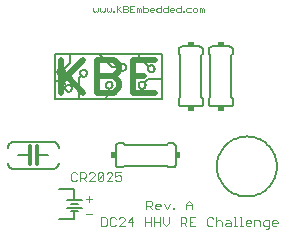
<source format=gto>
G75*
%MOIN*%
%OFA0B0*%
%FSLAX24Y24*%
%IPPOS*%
%LPD*%
%AMOC8*
5,1,8,0,0,1.08239X$1,22.5*
%
%ADD10C,0.0030*%
%ADD11C,0.0070*%
%ADD12C,0.0020*%
%ADD13C,0.0060*%
%ADD14R,0.0150X0.0200*%
%ADD15R,0.0200X0.0150*%
%ADD16C,0.0120*%
%ADD17C,0.0050*%
%ADD18C,0.0200*%
D10*
X002865Y002038D02*
X002913Y001990D01*
X003010Y001990D01*
X003058Y002038D01*
X003160Y001990D02*
X003160Y002280D01*
X003305Y002280D01*
X003353Y002232D01*
X003353Y002135D01*
X003305Y002087D01*
X003160Y002087D01*
X003256Y002087D02*
X003353Y001990D01*
X003454Y001990D02*
X003648Y002183D01*
X003648Y002232D01*
X003599Y002280D01*
X003503Y002280D01*
X003454Y002232D01*
X003454Y001990D02*
X003648Y001990D01*
X003749Y002038D02*
X003942Y002232D01*
X003942Y002038D01*
X003894Y001990D01*
X003797Y001990D01*
X003749Y002038D01*
X003749Y002232D01*
X003797Y002280D01*
X003894Y002280D01*
X003942Y002232D01*
X004044Y002232D02*
X004092Y002280D01*
X004189Y002280D01*
X004237Y002232D01*
X004237Y002183D01*
X004044Y001990D01*
X004237Y001990D01*
X004338Y002038D02*
X004387Y001990D01*
X004483Y001990D01*
X004532Y002038D01*
X004532Y002135D01*
X004483Y002183D01*
X004435Y002183D01*
X004338Y002135D01*
X004338Y002280D01*
X004532Y002280D01*
X005369Y001335D02*
X005515Y001335D01*
X005563Y001287D01*
X005563Y001190D01*
X005515Y001142D01*
X005369Y001142D01*
X005369Y001045D02*
X005369Y001335D01*
X005466Y001142D02*
X005563Y001045D01*
X005664Y001093D02*
X005664Y001190D01*
X005712Y001238D01*
X005809Y001238D01*
X005858Y001190D01*
X005858Y001142D01*
X005664Y001142D01*
X005664Y001093D02*
X005712Y001045D01*
X005809Y001045D01*
X005959Y001238D02*
X006055Y001045D01*
X006152Y001238D01*
X006253Y001093D02*
X006302Y001093D01*
X006302Y001045D01*
X006253Y001045D01*
X006253Y001093D01*
X006121Y000780D02*
X006121Y000587D01*
X006024Y000490D01*
X005928Y000587D01*
X005928Y000780D01*
X005826Y000780D02*
X005826Y000490D01*
X005826Y000635D02*
X005633Y000635D01*
X005532Y000635D02*
X005338Y000635D01*
X005338Y000490D02*
X005338Y000780D01*
X005532Y000780D02*
X005532Y000490D01*
X005633Y000490D02*
X005633Y000780D01*
X004942Y000635D02*
X004749Y000635D01*
X004894Y000780D01*
X004894Y000490D01*
X004648Y000490D02*
X004454Y000490D01*
X004648Y000683D01*
X004648Y000732D01*
X004599Y000780D01*
X004503Y000780D01*
X004454Y000732D01*
X004353Y000732D02*
X004305Y000780D01*
X004208Y000780D01*
X004160Y000732D01*
X004160Y000538D01*
X004208Y000490D01*
X004305Y000490D01*
X004353Y000538D01*
X004058Y000538D02*
X004010Y000490D01*
X003865Y000490D01*
X003865Y000780D01*
X004010Y000780D01*
X004058Y000732D01*
X004058Y000538D01*
X003558Y000885D02*
X003365Y000885D01*
X003462Y001288D02*
X003462Y001482D01*
X003558Y001385D02*
X003365Y001385D01*
X002865Y002038D02*
X002865Y002232D01*
X002913Y002280D01*
X003010Y002280D01*
X003058Y002232D01*
X006517Y000780D02*
X006517Y000490D01*
X006517Y000587D02*
X006662Y000587D01*
X006710Y000635D01*
X006710Y000732D01*
X006662Y000780D01*
X006517Y000780D01*
X006614Y000587D02*
X006710Y000490D01*
X006812Y000490D02*
X007005Y000490D01*
X006908Y000635D02*
X006812Y000635D01*
X006812Y000780D02*
X006812Y000490D01*
X006812Y000780D02*
X007005Y000780D01*
X006889Y001045D02*
X006889Y001238D01*
X006792Y001335D01*
X006695Y001238D01*
X006695Y001045D01*
X006695Y001190D02*
X006889Y001190D01*
X007401Y000732D02*
X007401Y000538D01*
X007449Y000490D01*
X007546Y000490D01*
X007594Y000538D01*
X007695Y000490D02*
X007695Y000780D01*
X007744Y000683D02*
X007841Y000683D01*
X007889Y000635D01*
X007889Y000490D01*
X007990Y000538D02*
X008038Y000587D01*
X008184Y000587D01*
X008184Y000635D02*
X008184Y000490D01*
X008038Y000490D01*
X007990Y000538D01*
X008038Y000683D02*
X008135Y000683D01*
X008184Y000635D01*
X008285Y000490D02*
X008382Y000490D01*
X008333Y000490D02*
X008333Y000780D01*
X008285Y000780D01*
X008481Y000780D02*
X008530Y000780D01*
X008530Y000490D01*
X008578Y000490D02*
X008481Y000490D01*
X008678Y000538D02*
X008678Y000635D01*
X008726Y000683D01*
X008823Y000683D01*
X008871Y000635D01*
X008871Y000587D01*
X008678Y000587D01*
X008678Y000538D02*
X008726Y000490D01*
X008823Y000490D01*
X008972Y000490D02*
X008972Y000683D01*
X009117Y000683D01*
X009166Y000635D01*
X009166Y000490D01*
X009267Y000538D02*
X009315Y000490D01*
X009460Y000490D01*
X009460Y000442D02*
X009460Y000683D01*
X009315Y000683D01*
X009267Y000635D01*
X009267Y000538D01*
X009364Y000393D02*
X009412Y000393D01*
X009460Y000442D01*
X009562Y000538D02*
X009562Y000635D01*
X009610Y000683D01*
X009707Y000683D01*
X009755Y000635D01*
X009755Y000587D01*
X009562Y000587D01*
X009562Y000538D02*
X009610Y000490D01*
X009707Y000490D01*
X007744Y000683D02*
X007695Y000635D01*
X007594Y000732D02*
X007546Y000780D01*
X007449Y000780D01*
X007401Y000732D01*
D11*
X002975Y000725D02*
X002475Y000725D01*
X002850Y000975D02*
X003100Y000975D01*
X002975Y000975D02*
X002975Y000725D01*
X002725Y001100D02*
X003225Y001100D01*
X003100Y001225D02*
X002850Y001225D01*
X002725Y001350D02*
X003225Y001350D01*
X002975Y001350D02*
X002975Y001725D01*
X002475Y001725D01*
X002330Y004735D02*
X003130Y004735D01*
X003130Y005435D01*
X003190Y005495D01*
X002830Y005935D02*
X002830Y006235D01*
X002330Y006235D01*
X002330Y005335D01*
X002530Y005335D01*
X002690Y005175D01*
X002330Y005335D02*
X002330Y004735D01*
X003130Y004735D02*
X003980Y004735D01*
X004130Y004885D01*
X004130Y005055D01*
X003980Y004735D02*
X005880Y004735D01*
X005880Y005385D01*
X005880Y006235D01*
X005130Y006235D01*
X003780Y006235D01*
X002830Y006235D01*
X002830Y005935D02*
X002530Y005635D01*
X003780Y006235D02*
X004230Y005785D01*
X004520Y005785D01*
X005130Y006135D02*
X005130Y006235D01*
X005130Y006135D02*
X005440Y005825D01*
X005430Y005385D02*
X005880Y005385D01*
X005430Y005385D02*
X005320Y005275D01*
D12*
X005267Y007610D02*
X005378Y007610D01*
X005414Y007647D01*
X005414Y007720D01*
X005378Y007757D01*
X005267Y007757D01*
X005267Y007830D02*
X005267Y007610D01*
X005193Y007610D02*
X005193Y007720D01*
X005157Y007757D01*
X005120Y007720D01*
X005120Y007610D01*
X005046Y007610D02*
X005046Y007757D01*
X005083Y007757D01*
X005120Y007720D01*
X004972Y007610D02*
X004825Y007610D01*
X004825Y007830D01*
X004972Y007830D01*
X004899Y007720D02*
X004825Y007720D01*
X004751Y007683D02*
X004751Y007647D01*
X004715Y007610D01*
X004604Y007610D01*
X004604Y007830D01*
X004715Y007830D01*
X004751Y007793D01*
X004751Y007757D01*
X004715Y007720D01*
X004604Y007720D01*
X004715Y007720D02*
X004751Y007683D01*
X004530Y007610D02*
X004420Y007720D01*
X004383Y007683D02*
X004530Y007830D01*
X004383Y007830D02*
X004383Y007610D01*
X004310Y007610D02*
X004273Y007610D01*
X004273Y007647D01*
X004310Y007647D01*
X004310Y007610D01*
X004199Y007647D02*
X004199Y007757D01*
X004199Y007647D02*
X004162Y007610D01*
X004125Y007647D01*
X004089Y007610D01*
X004052Y007647D01*
X004052Y007757D01*
X003978Y007757D02*
X003978Y007647D01*
X003941Y007610D01*
X003904Y007647D01*
X003868Y007610D01*
X003831Y007647D01*
X003831Y007757D01*
X003757Y007757D02*
X003757Y007647D01*
X003720Y007610D01*
X003683Y007647D01*
X003647Y007610D01*
X003610Y007647D01*
X003610Y007757D01*
X005488Y007720D02*
X005488Y007647D01*
X005525Y007610D01*
X005598Y007610D01*
X005635Y007683D02*
X005488Y007683D01*
X005488Y007720D02*
X005525Y007757D01*
X005598Y007757D01*
X005635Y007720D01*
X005635Y007683D01*
X005709Y007647D02*
X005709Y007720D01*
X005746Y007757D01*
X005856Y007757D01*
X005856Y007830D02*
X005856Y007610D01*
X005746Y007610D01*
X005709Y007647D01*
X005930Y007647D02*
X005967Y007610D01*
X006077Y007610D01*
X006077Y007830D01*
X006077Y007757D02*
X005967Y007757D01*
X005930Y007720D01*
X005930Y007647D01*
X006151Y007647D02*
X006188Y007610D01*
X006261Y007610D01*
X006298Y007683D02*
X006151Y007683D01*
X006151Y007647D02*
X006151Y007720D01*
X006188Y007757D01*
X006261Y007757D01*
X006298Y007720D01*
X006298Y007683D01*
X006372Y007647D02*
X006409Y007610D01*
X006519Y007610D01*
X006519Y007830D01*
X006519Y007757D02*
X006409Y007757D01*
X006372Y007720D01*
X006372Y007647D01*
X006593Y007647D02*
X006593Y007610D01*
X006630Y007610D01*
X006630Y007647D01*
X006593Y007647D01*
X006704Y007647D02*
X006704Y007720D01*
X006741Y007757D01*
X006851Y007757D01*
X006925Y007720D02*
X006925Y007647D01*
X006962Y007610D01*
X007035Y007610D01*
X007072Y007647D01*
X007072Y007720D01*
X007035Y007757D01*
X006962Y007757D01*
X006925Y007720D01*
X006851Y007610D02*
X006741Y007610D01*
X006704Y007647D01*
X007146Y007610D02*
X007146Y007757D01*
X007183Y007757D01*
X007219Y007720D01*
X007256Y007757D01*
X007293Y007720D01*
X007293Y007610D01*
X007219Y007610D02*
X007219Y007720D01*
D13*
X007150Y006475D02*
X006550Y006475D01*
X006533Y006473D01*
X006516Y006469D01*
X006500Y006462D01*
X006486Y006452D01*
X006473Y006439D01*
X006463Y006425D01*
X006456Y006409D01*
X006452Y006392D01*
X006450Y006375D01*
X006450Y006225D01*
X006500Y006175D01*
X006500Y004775D01*
X006450Y004725D01*
X006450Y004575D01*
X006452Y004558D01*
X006456Y004541D01*
X006463Y004525D01*
X006473Y004511D01*
X006486Y004498D01*
X006500Y004488D01*
X006516Y004481D01*
X006533Y004477D01*
X006550Y004475D01*
X007150Y004475D01*
X007167Y004477D01*
X007184Y004481D01*
X007200Y004488D01*
X007214Y004498D01*
X007227Y004511D01*
X007237Y004525D01*
X007244Y004541D01*
X007248Y004558D01*
X007250Y004575D01*
X007250Y004725D01*
X007200Y004775D01*
X007200Y006175D01*
X007250Y006225D01*
X007250Y006375D01*
X007248Y006392D01*
X007244Y006409D01*
X007237Y006425D01*
X007227Y006439D01*
X007214Y006452D01*
X007200Y006462D01*
X007184Y006469D01*
X007167Y006473D01*
X007150Y006475D01*
X007450Y006375D02*
X007450Y006225D01*
X007500Y006175D01*
X007500Y004775D01*
X007450Y004725D01*
X007450Y004575D01*
X007452Y004558D01*
X007456Y004541D01*
X007463Y004525D01*
X007473Y004511D01*
X007486Y004498D01*
X007500Y004488D01*
X007516Y004481D01*
X007533Y004477D01*
X007550Y004475D01*
X008150Y004475D01*
X008167Y004477D01*
X008184Y004481D01*
X008200Y004488D01*
X008214Y004498D01*
X008227Y004511D01*
X008237Y004525D01*
X008244Y004541D01*
X008248Y004558D01*
X008250Y004575D01*
X008250Y004725D01*
X008200Y004775D01*
X008200Y006175D01*
X008250Y006225D01*
X008250Y006375D01*
X008248Y006392D01*
X008244Y006409D01*
X008237Y006425D01*
X008227Y006439D01*
X008214Y006452D01*
X008200Y006462D01*
X008184Y006469D01*
X008167Y006473D01*
X008150Y006475D01*
X007550Y006475D01*
X007533Y006473D01*
X007516Y006469D01*
X007500Y006462D01*
X007486Y006452D01*
X007473Y006439D01*
X007463Y006425D01*
X007456Y006409D01*
X007452Y006392D01*
X007450Y006375D01*
X006250Y003250D02*
X006100Y003250D01*
X006050Y003200D01*
X004650Y003200D01*
X004600Y003250D01*
X004450Y003250D01*
X004433Y003248D01*
X004416Y003244D01*
X004400Y003237D01*
X004386Y003227D01*
X004373Y003214D01*
X004363Y003200D01*
X004356Y003184D01*
X004352Y003167D01*
X004350Y003150D01*
X004350Y002550D01*
X004352Y002533D01*
X004356Y002516D01*
X004363Y002500D01*
X004373Y002486D01*
X004386Y002473D01*
X004400Y002463D01*
X004416Y002456D01*
X004433Y002452D01*
X004450Y002450D01*
X004600Y002450D01*
X004650Y002500D01*
X006050Y002500D01*
X006100Y002450D01*
X006250Y002450D01*
X006267Y002452D01*
X006284Y002456D01*
X006300Y002463D01*
X006314Y002473D01*
X006327Y002486D01*
X006337Y002500D01*
X006344Y002516D01*
X006348Y002533D01*
X006350Y002550D01*
X006350Y003150D01*
X006348Y003167D01*
X006344Y003184D01*
X006337Y003200D01*
X006327Y003214D01*
X006314Y003227D01*
X006300Y003237D01*
X006284Y003244D01*
X006267Y003248D01*
X006250Y003250D01*
X007725Y002475D02*
X007727Y002538D01*
X007733Y002600D01*
X007743Y002662D01*
X007756Y002724D01*
X007774Y002784D01*
X007795Y002843D01*
X007820Y002901D01*
X007849Y002957D01*
X007881Y003011D01*
X007916Y003063D01*
X007954Y003112D01*
X007996Y003160D01*
X008040Y003204D01*
X008088Y003246D01*
X008137Y003284D01*
X008189Y003319D01*
X008243Y003351D01*
X008299Y003380D01*
X008357Y003405D01*
X008416Y003426D01*
X008476Y003444D01*
X008538Y003457D01*
X008600Y003467D01*
X008662Y003473D01*
X008725Y003475D01*
X008788Y003473D01*
X008850Y003467D01*
X008912Y003457D01*
X008974Y003444D01*
X009034Y003426D01*
X009093Y003405D01*
X009151Y003380D01*
X009207Y003351D01*
X009261Y003319D01*
X009313Y003284D01*
X009362Y003246D01*
X009410Y003204D01*
X009454Y003160D01*
X009496Y003112D01*
X009534Y003063D01*
X009569Y003011D01*
X009601Y002957D01*
X009630Y002901D01*
X009655Y002843D01*
X009676Y002784D01*
X009694Y002724D01*
X009707Y002662D01*
X009717Y002600D01*
X009723Y002538D01*
X009725Y002475D01*
X009723Y002412D01*
X009717Y002350D01*
X009707Y002288D01*
X009694Y002226D01*
X009676Y002166D01*
X009655Y002107D01*
X009630Y002049D01*
X009601Y001993D01*
X009569Y001939D01*
X009534Y001887D01*
X009496Y001838D01*
X009454Y001790D01*
X009410Y001746D01*
X009362Y001704D01*
X009313Y001666D01*
X009261Y001631D01*
X009207Y001599D01*
X009151Y001570D01*
X009093Y001545D01*
X009034Y001524D01*
X008974Y001506D01*
X008912Y001493D01*
X008850Y001483D01*
X008788Y001477D01*
X008725Y001475D01*
X008662Y001477D01*
X008600Y001483D01*
X008538Y001493D01*
X008476Y001506D01*
X008416Y001524D01*
X008357Y001545D01*
X008299Y001570D01*
X008243Y001599D01*
X008189Y001631D01*
X008137Y001666D01*
X008088Y001704D01*
X008040Y001746D01*
X007996Y001790D01*
X007954Y001838D01*
X007916Y001887D01*
X007881Y001939D01*
X007849Y001993D01*
X007820Y002049D01*
X007795Y002107D01*
X007774Y002166D01*
X007756Y002226D01*
X007743Y002288D01*
X007733Y002350D01*
X007727Y002412D01*
X007725Y002475D01*
X002250Y002400D02*
X000950Y002400D01*
X000924Y002402D01*
X000898Y002407D01*
X000873Y002415D01*
X000850Y002427D01*
X000828Y002441D01*
X000809Y002459D01*
X000791Y002478D01*
X000777Y002500D01*
X000765Y002523D01*
X000757Y002548D01*
X000752Y002574D01*
X000750Y002600D01*
X001100Y002850D02*
X001480Y002850D01*
X001730Y002850D02*
X002100Y002850D01*
X002450Y002600D02*
X002448Y002574D01*
X002443Y002548D01*
X002435Y002523D01*
X002423Y002500D01*
X002409Y002478D01*
X002391Y002459D01*
X002372Y002441D01*
X002350Y002427D01*
X002327Y002415D01*
X002302Y002407D01*
X002276Y002402D01*
X002250Y002400D01*
X002450Y003100D02*
X002448Y003126D01*
X002443Y003152D01*
X002435Y003177D01*
X002423Y003200D01*
X002409Y003222D01*
X002391Y003241D01*
X002372Y003259D01*
X002350Y003273D01*
X002327Y003285D01*
X002302Y003293D01*
X002276Y003298D01*
X002250Y003300D01*
X000950Y003300D01*
X000924Y003298D01*
X000898Y003293D01*
X000873Y003285D01*
X000850Y003273D01*
X000828Y003259D01*
X000809Y003241D01*
X000791Y003222D01*
X000777Y003200D01*
X000765Y003177D01*
X000757Y003152D01*
X000752Y003126D01*
X000750Y003100D01*
D14*
X004275Y002850D03*
X006425Y002850D03*
D15*
X006850Y004400D03*
X007850Y004400D03*
X007850Y006550D03*
X006850Y006550D03*
D16*
X001730Y003150D02*
X001730Y002850D01*
X001730Y002550D01*
X001480Y002550D02*
X001480Y002850D01*
X001480Y003150D01*
D17*
X002667Y005085D02*
X002669Y005106D01*
X002675Y005126D01*
X002684Y005144D01*
X002696Y005161D01*
X002712Y005175D01*
X002730Y005186D01*
X002749Y005194D01*
X002770Y005198D01*
X002790Y005198D01*
X002811Y005194D01*
X002830Y005186D01*
X002848Y005175D01*
X002864Y005161D01*
X002876Y005144D01*
X002885Y005126D01*
X002891Y005106D01*
X002893Y005085D01*
X002891Y005064D01*
X002885Y005044D01*
X002876Y005026D01*
X002864Y005009D01*
X002848Y004995D01*
X002830Y004984D01*
X002811Y004976D01*
X002790Y004972D01*
X002770Y004972D01*
X002749Y004976D01*
X002730Y004984D01*
X002712Y004995D01*
X002696Y005009D01*
X002684Y005026D01*
X002675Y005044D01*
X002669Y005064D01*
X002667Y005085D01*
X002409Y005635D02*
X002411Y005657D01*
X002417Y005678D01*
X002426Y005697D01*
X002439Y005715D01*
X002455Y005730D01*
X002473Y005742D01*
X002493Y005750D01*
X002514Y005755D01*
X002535Y005756D01*
X002557Y005753D01*
X002578Y005746D01*
X002597Y005736D01*
X002614Y005722D01*
X002628Y005706D01*
X002639Y005687D01*
X002647Y005667D01*
X002651Y005646D01*
X002651Y005624D01*
X002647Y005603D01*
X002639Y005583D01*
X002628Y005564D01*
X002614Y005548D01*
X002597Y005534D01*
X002578Y005524D01*
X002557Y005517D01*
X002535Y005514D01*
X002514Y005515D01*
X002493Y005520D01*
X002473Y005528D01*
X002455Y005540D01*
X002439Y005555D01*
X002426Y005573D01*
X002417Y005592D01*
X002411Y005613D01*
X002409Y005635D01*
X003167Y005585D02*
X003169Y005606D01*
X003175Y005626D01*
X003184Y005644D01*
X003196Y005661D01*
X003212Y005675D01*
X003230Y005686D01*
X003249Y005694D01*
X003270Y005698D01*
X003290Y005698D01*
X003311Y005694D01*
X003330Y005686D01*
X003348Y005675D01*
X003364Y005661D01*
X003376Y005644D01*
X003385Y005626D01*
X003391Y005606D01*
X003393Y005585D01*
X003391Y005564D01*
X003385Y005544D01*
X003376Y005526D01*
X003364Y005509D01*
X003348Y005495D01*
X003330Y005484D01*
X003311Y005476D01*
X003290Y005472D01*
X003270Y005472D01*
X003249Y005476D01*
X003230Y005484D01*
X003212Y005495D01*
X003196Y005509D01*
X003184Y005526D01*
X003175Y005544D01*
X003169Y005564D01*
X003167Y005585D01*
X004016Y005185D02*
X004018Y005206D01*
X004024Y005226D01*
X004033Y005245D01*
X004046Y005262D01*
X004061Y005276D01*
X004079Y005287D01*
X004099Y005295D01*
X004119Y005299D01*
X004141Y005299D01*
X004161Y005295D01*
X004181Y005287D01*
X004199Y005276D01*
X004214Y005262D01*
X004227Y005245D01*
X004236Y005226D01*
X004242Y005206D01*
X004244Y005185D01*
X004242Y005164D01*
X004236Y005144D01*
X004227Y005125D01*
X004214Y005108D01*
X004199Y005094D01*
X004181Y005083D01*
X004161Y005075D01*
X004141Y005071D01*
X004119Y005071D01*
X004099Y005075D01*
X004079Y005083D01*
X004061Y005094D01*
X004046Y005108D01*
X004033Y005125D01*
X004024Y005144D01*
X004018Y005164D01*
X004016Y005185D01*
X004466Y005785D02*
X004468Y005806D01*
X004474Y005826D01*
X004483Y005845D01*
X004496Y005862D01*
X004511Y005876D01*
X004529Y005887D01*
X004549Y005895D01*
X004569Y005899D01*
X004591Y005899D01*
X004611Y005895D01*
X004631Y005887D01*
X004649Y005876D01*
X004664Y005862D01*
X004677Y005845D01*
X004686Y005826D01*
X004692Y005806D01*
X004694Y005785D01*
X004692Y005764D01*
X004686Y005744D01*
X004677Y005725D01*
X004664Y005708D01*
X004649Y005694D01*
X004631Y005683D01*
X004611Y005675D01*
X004591Y005671D01*
X004569Y005671D01*
X004549Y005675D01*
X004529Y005683D01*
X004511Y005694D01*
X004496Y005708D01*
X004483Y005725D01*
X004474Y005744D01*
X004468Y005764D01*
X004466Y005785D01*
X005113Y005185D02*
X005115Y005206D01*
X005120Y005226D01*
X005130Y005245D01*
X005142Y005262D01*
X005157Y005276D01*
X005175Y005288D01*
X005194Y005296D01*
X005214Y005301D01*
X005235Y005302D01*
X005256Y005299D01*
X005276Y005293D01*
X005294Y005283D01*
X005311Y005270D01*
X005325Y005254D01*
X005335Y005236D01*
X005343Y005216D01*
X005347Y005195D01*
X005347Y005175D01*
X005343Y005154D01*
X005335Y005134D01*
X005325Y005116D01*
X005311Y005100D01*
X005294Y005087D01*
X005276Y005077D01*
X005256Y005071D01*
X005235Y005068D01*
X005214Y005069D01*
X005194Y005074D01*
X005175Y005082D01*
X005157Y005094D01*
X005142Y005108D01*
X005130Y005125D01*
X005120Y005144D01*
X005115Y005164D01*
X005113Y005185D01*
X005416Y005735D02*
X005418Y005756D01*
X005424Y005776D01*
X005433Y005795D01*
X005446Y005812D01*
X005461Y005826D01*
X005479Y005837D01*
X005499Y005845D01*
X005519Y005849D01*
X005541Y005849D01*
X005561Y005845D01*
X005581Y005837D01*
X005599Y005826D01*
X005614Y005812D01*
X005627Y005795D01*
X005636Y005776D01*
X005642Y005756D01*
X005644Y005735D01*
X005642Y005714D01*
X005636Y005694D01*
X005627Y005675D01*
X005614Y005658D01*
X005599Y005644D01*
X005581Y005633D01*
X005561Y005625D01*
X005541Y005621D01*
X005519Y005621D01*
X005499Y005625D01*
X005479Y005633D01*
X005461Y005644D01*
X005446Y005658D01*
X005433Y005675D01*
X005424Y005694D01*
X005418Y005714D01*
X005416Y005735D01*
D18*
X005291Y005485D02*
X004924Y005485D01*
X004461Y005302D02*
X004461Y005118D01*
X004277Y004935D01*
X003727Y004935D01*
X003727Y006036D01*
X004277Y006036D01*
X004461Y005852D01*
X004461Y005669D01*
X004277Y005485D01*
X003727Y005485D01*
X004277Y005485D02*
X004461Y005302D01*
X004924Y004935D02*
X005658Y004935D01*
X004924Y004935D02*
X004924Y006036D01*
X005658Y006036D01*
X003264Y006036D02*
X002530Y005302D01*
X002713Y005485D02*
X003264Y004935D01*
X002530Y004935D02*
X002530Y006036D01*
M02*

</source>
